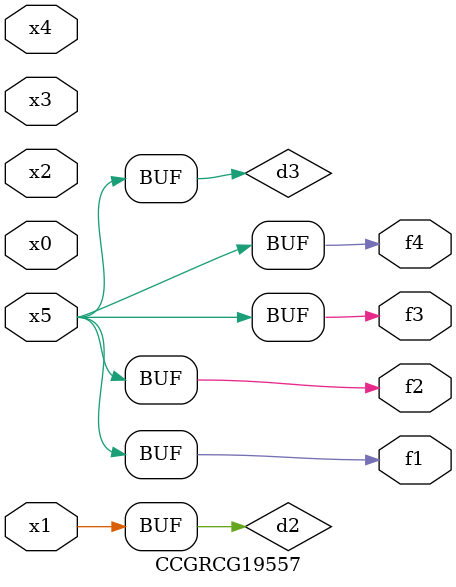
<source format=v>
module CCGRCG19557(
	input x0, x1, x2, x3, x4, x5,
	output f1, f2, f3, f4
);

	wire d1, d2, d3;

	not (d1, x5);
	or (d2, x1);
	xnor (d3, d1);
	assign f1 = d3;
	assign f2 = d3;
	assign f3 = d3;
	assign f4 = d3;
endmodule

</source>
